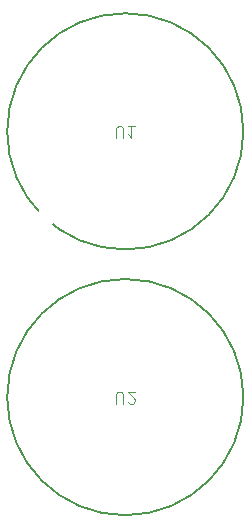
<source format=gbo>
%TF.GenerationSoftware,KiCad,Pcbnew,7.0.7*%
%TF.CreationDate,2023-09-18T11:47:39+09:00*%
%TF.ProjectId,gas_nrf52832,6761735f-6e72-4663-9532-3833322e6b69,rev?*%
%TF.SameCoordinates,Original*%
%TF.FileFunction,Legend,Bot*%
%TF.FilePolarity,Positive*%
%FSLAX46Y46*%
G04 Gerber Fmt 4.6, Leading zero omitted, Abs format (unit mm)*
G04 Created by KiCad (PCBNEW 7.0.7) date 2023-09-18 11:47:39*
%MOMM*%
%LPD*%
G01*
G04 APERTURE LIST*
%ADD10C,0.100000*%
%ADD11C,0.200000*%
%ADD12R,1.700000X1.700000*%
%ADD13O,1.700000X1.700000*%
%ADD14R,1.350000X1.350000*%
%ADD15O,1.350000X1.350000*%
%ADD16O,2.304000X1.304000*%
%ADD17O,1.904000X1.304000*%
%ADD18C,2.300000*%
G04 APERTURE END LIST*
D10*
X116408095Y-105942580D02*
X116408095Y-105133057D01*
X116408095Y-105133057D02*
X116455714Y-105037819D01*
X116455714Y-105037819D02*
X116503333Y-104990200D01*
X116503333Y-104990200D02*
X116598571Y-104942580D01*
X116598571Y-104942580D02*
X116789047Y-104942580D01*
X116789047Y-104942580D02*
X116884285Y-104990200D01*
X116884285Y-104990200D02*
X116931904Y-105037819D01*
X116931904Y-105037819D02*
X116979523Y-105133057D01*
X116979523Y-105133057D02*
X116979523Y-105942580D01*
X117408095Y-105847342D02*
X117455714Y-105894961D01*
X117455714Y-105894961D02*
X117550952Y-105942580D01*
X117550952Y-105942580D02*
X117789047Y-105942580D01*
X117789047Y-105942580D02*
X117884285Y-105894961D01*
X117884285Y-105894961D02*
X117931904Y-105847342D01*
X117931904Y-105847342D02*
X117979523Y-105752104D01*
X117979523Y-105752104D02*
X117979523Y-105656866D01*
X117979523Y-105656866D02*
X117931904Y-105514009D01*
X117931904Y-105514009D02*
X117360476Y-104942580D01*
X117360476Y-104942580D02*
X117979523Y-104942580D01*
X116408095Y-83442580D02*
X116408095Y-82633057D01*
X116408095Y-82633057D02*
X116455714Y-82537819D01*
X116455714Y-82537819D02*
X116503333Y-82490200D01*
X116503333Y-82490200D02*
X116598571Y-82442580D01*
X116598571Y-82442580D02*
X116789047Y-82442580D01*
X116789047Y-82442580D02*
X116884285Y-82490200D01*
X116884285Y-82490200D02*
X116931904Y-82537819D01*
X116931904Y-82537819D02*
X116979523Y-82633057D01*
X116979523Y-82633057D02*
X116979523Y-83442580D01*
X117979523Y-82442580D02*
X117408095Y-82442580D01*
X117693809Y-82442580D02*
X117693809Y-83442580D01*
X117693809Y-83442580D02*
X117598571Y-83299723D01*
X117598571Y-83299723D02*
X117503333Y-83204485D01*
X117503333Y-83204485D02*
X117408095Y-83156866D01*
D11*
X127170000Y-105400000D02*
G75*
G03*
X127170000Y-105400000I-10000000J0D01*
G01*
X127170000Y-82900000D02*
G75*
G03*
X127170000Y-82900000I-10000000J0D01*
G01*
%LPC*%
D12*
X141300000Y-111500000D03*
D13*
X138760000Y-111500000D03*
X136220000Y-111500000D03*
D14*
X112215312Y-87735312D03*
D15*
X110215312Y-87735312D03*
D16*
X106215312Y-90315312D03*
X106215312Y-101555312D03*
D17*
X110215312Y-90315312D03*
X110215312Y-101555312D03*
D14*
X148000000Y-111500000D03*
D15*
X148000000Y-109500000D03*
X148000000Y-107500000D03*
X148000000Y-105500000D03*
D14*
X136000000Y-79000000D03*
D15*
X133500000Y-79000000D03*
X131000000Y-79000000D03*
X136000000Y-75700000D03*
X133500000Y-75700000D03*
X131000000Y-75700000D03*
D18*
X123920000Y-105400000D03*
X110420000Y-105400000D03*
X117170000Y-112150000D03*
X117170000Y-76150000D03*
X110420000Y-82900000D03*
X123920000Y-82900000D03*
%LPD*%
M02*

</source>
